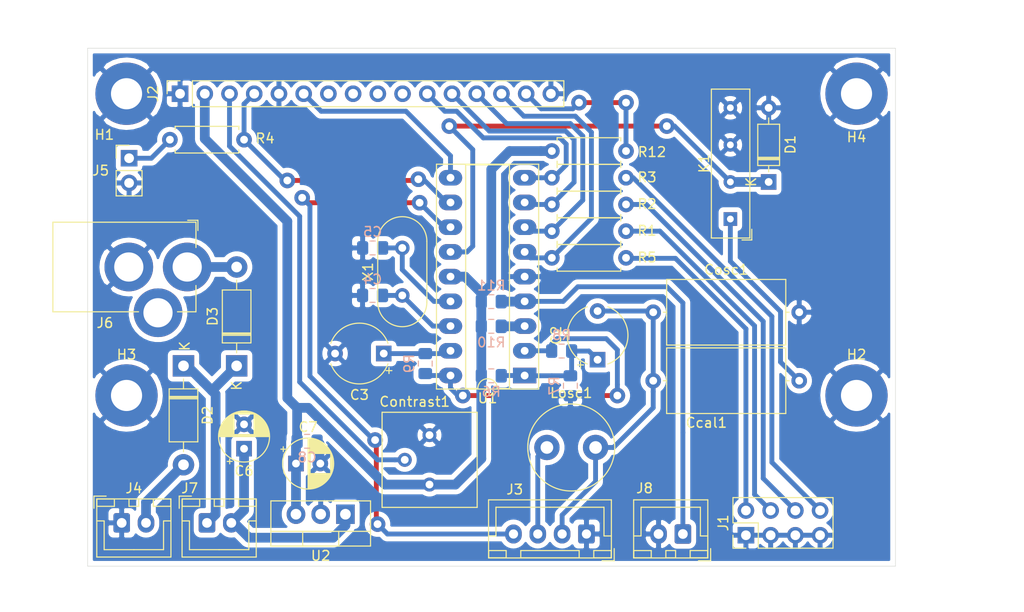
<source format=kicad_pcb>
(kicad_pcb (version 20171130) (host pcbnew 5.1.5+dfsg1-2build2)
  (layers (0 F.Cu signal) (31 B.Cu signal) (34 B.Paste user) (35 F.Paste user) (36 B.SilkS user) (37 F.SilkS user) (38 B.Mask user) (39 F.Mask user) (44 Edge.Cuts user))
  (net 0 "")
  (net 1 GNDREF)
  (net 2 /CmpNet2)
  (net 3 /CmpNet3)
  (net 4 "Net-(C4-Pad1)")
  (net 5 "Net-(C5-Pad1)")
  (net 6 /Vin)
  (net 7 /Vcc)
  (net 8 "Net-(Ccal1-Pad2)")
  (net 9 /LcdVo)
  (net 10 /Relay)
  (net 11 /LcdDB7)
  (net 12 /LcdDB6)
  (net 13 /LcdDB5)
  (net 14 /LcdDB4)
  (net 15 /LcdE)
  (net 16 /LcdRS)
  (net 17 "Net-(J3-Pad3)")
  (net 18 /~Lsense)
  (net 19 /~Reset)
  (net 20 /CmpNet1)
  (net 21 "Net-(R10-Pad2)")
  (net 22 /Vin9V)
  (net 23 /VinPreSwitch)
  (net 24 /VinJack)
  (net 25 /LcdMode)
  (net 26 /CheckF2)
  (net 27 /CheckF1)
  (net 28 /LowerCcal)
  (net 29 /RaiseCcal)
  (net 30 "Net-(C2-Pad2)")
  (net 31 "Net-(J2-Pad15)")
  (module Connector_JST:JST_XH_B2B-XH-A_1x02_P2.50mm_Vertical (layer F.Cu) (at 137.16 86.233 180)
    (fp_text reference J8 (at 3.937 4.699) (layer F.SilkS))
    (fp_text value ResetSwitch)
    (pad 2 thru_hole oval (at 2.5 0 180) (size 1.7 2) (drill 1) (layers *.Cu *.Mask) (net 1 GNDREF))
    (pad 1 thru_hole roundrect (at 0 0 180) (size 1.7 2) (drill 1) (layers *.Cu *.Mask) (roundrect_rratio 0.147059) (net 19 /~Reset))
  )
  (module Connector_JST:JST_XH_B2B-XH-A_1x02_P2.50mm_Vertical (layer F.Cu) (at 88.265 85.09)
    (fp_text reference J7 (at -1.778 -3.556) (layer F.SilkS))
    (fp_text value PowerSwitch)
    (pad 2 thru_hole oval (at 2.5 0) (size 1.7 2) (drill 1) (layers *.Cu *.Mask) (net 6 /Vin))
    (pad 1 thru_hole roundrect (at 0 0) (size 1.7 2) (drill 1) (layers *.Cu *.Mask) (roundrect_rratio 0.147059) (net 23 /VinPreSwitch))
  )
  (module Connector_JST:JST_XH_B2B-XH-A_1x02_P2.50mm_Vertical (layer F.Cu) (at 79.502 85.09)
    (fp_text reference J4 (at 1.25 -3.55) (layer F.SilkS))
    (fp_text value "9V Battery")
    (pad 2 thru_hole oval (at 2.5 0) (size 1.7 2) (drill 1) (layers *.Cu *.Mask) (net 22 /Vin9V))
    (pad 1 thru_hole roundrect (at 0 0) (size 1.7 2) (drill 1) (layers *.Cu *.Mask) (roundrect_rratio 0.147059) (net 1 GNDREF))
  )
  (module Connector_JST:JST_XH_B4B-XH-A_1x04_P2.50mm_Vertical (layer F.Cu) (at 127.254 86.233 180)
    (fp_text reference J3 (at 7.366 4.572) (layer F.SilkS))
    (fp_text value "Input Switch")
    (pad 4 thru_hole oval (at 7.5 0 180) (size 1.7 1.95) (drill 0.95) (layers *.Cu *.Mask) (net 18 /~Lsense))
    (pad 3 thru_hole oval (at 5 0 180) (size 1.7 1.95) (drill 0.95) (layers *.Cu *.Mask) (net 17 "Net-(J3-Pad3)"))
    (pad 2 thru_hole oval (at 2.5 0 180) (size 1.7 1.95) (drill 0.95) (layers *.Cu *.Mask) (net 30 "Net-(C2-Pad2)"))
    (pad 1 thru_hole roundrect (at 0 0 180) (size 1.7 1.95) (drill 0.95) (layers *.Cu *.Mask) (roundrect_rratio 0.147059) (net 1 GNDREF))
  )
  (module Connector_PinHeader_2.54mm:PinHeader_1x02_P2.54mm_Vertical (layer F.Cu) (at 80.264 47.625)
    (fp_text reference J5 (at -2.921 1.27) (layer F.SilkS))
    (fp_text value LcdMode)
    (pad 2 thru_hole oval (at 0 2.54) (size 1.7 1.7) (drill 1) (layers *.Cu *.Mask) (net 1 GNDREF))
    (pad 1 thru_hole rect (at 0 0) (size 1.7 1.7) (drill 1) (layers *.Cu *.Mask) (net 25 /LcdMode))
  )
  (module Connector_PinHeader_2.54mm:PinHeader_2x04_P2.54mm_Vertical (layer F.Cu) (at 143.637 86.36 90)
    (fp_text reference J1 (at 1.27 -2.33 90) (layer F.SilkS))
    (fp_text value Jumpers)
    (pad 8 thru_hole oval (at 2.54 7.62 90) (size 1.7 1.7) (drill 1) (layers *.Cu *.Mask) (net 26 /CheckF2))
    (pad 7 thru_hole oval (at 0 7.62 90) (size 1.7 1.7) (drill 1) (layers *.Cu *.Mask) (net 1 GNDREF))
    (pad 6 thru_hole oval (at 2.54 5.08 90) (size 1.7 1.7) (drill 1) (layers *.Cu *.Mask) (net 27 /CheckF1))
    (pad 5 thru_hole oval (at 0 5.08 90) (size 1.7 1.7) (drill 1) (layers *.Cu *.Mask) (net 1 GNDREF))
    (pad 4 thru_hole oval (at 2.54 2.54 90) (size 1.7 1.7) (drill 1) (layers *.Cu *.Mask) (net 28 /LowerCcal))
    (pad 3 thru_hole oval (at 0 2.54 90) (size 1.7 1.7) (drill 1) (layers *.Cu *.Mask) (net 1 GNDREF))
    (pad 2 thru_hole oval (at 2.54 0 90) (size 1.7 1.7) (drill 1) (layers *.Cu *.Mask) (net 29 /RaiseCcal))
    (pad 1 thru_hole rect (at 0 0 90) (size 1.7 1.7) (drill 1) (layers *.Cu *.Mask) (net 1 GNDREF))
  )
  (module Resistor_THT:R_Axial_DIN0207_L6.3mm_D2.5mm_P7.62mm_Horizontal (layer F.Cu) (at 131.318 57.8612 180)
    (fp_text reference R5 (at -2.159 0.043 180) (layer F.SilkS))
    (fp_text value 1k)
    (pad 2 thru_hole oval (at 7.62 0 180) (size 1.6 1.6) (drill 0.8) (layers *.Cu *.Mask) (net 11 /LcdDB7))
    (pad 1 thru_hole circle (at 0 0 180) (size 1.6 1.6) (drill 0.8) (layers *.Cu *.Mask) (net 29 /RaiseCcal))
  )
  (module Resistor_THT:R_Axial_DIN0207_L6.3mm_D2.5mm_P7.62mm_Horizontal (layer F.Cu) (at 84.455 45.72)
    (fp_text reference R4 (at 9.779 -0.127 180) (layer F.SilkS))
    (fp_text value 1k)
    (pad 2 thru_hole oval (at 7.62 0) (size 1.6 1.6) (drill 0.8) (layers *.Cu *.Mask) (net 16 /LcdRS))
    (pad 1 thru_hole circle (at 0 0) (size 1.6 1.6) (drill 0.8) (layers *.Cu *.Mask) (net 25 /LcdMode))
  )
  (module Resistor_THT:R_Axial_DIN0207_L6.3mm_D2.5mm_P7.62mm_Horizontal (layer F.Cu) (at 131.318 49.6316 180)
    (fp_text reference R3 (at -2.159 0.043 180) (layer F.SilkS))
    (fp_text value 1k)
    (pad 2 thru_hole oval (at 7.62 0 180) (size 1.6 1.6) (drill 0.8) (layers *.Cu *.Mask) (net 14 /LcdDB4))
    (pad 1 thru_hole circle (at 0 0 180) (size 1.6 1.6) (drill 0.8) (layers *.Cu *.Mask) (net 26 /CheckF2))
  )
  (module Resistor_THT:R_Axial_DIN0207_L6.3mm_D2.5mm_P7.62mm_Horizontal (layer F.Cu) (at 131.318 52.3748 180)
    (fp_text reference R2 (at -2.159 0.043 180) (layer F.SilkS))
    (fp_text value 1k)
    (pad 2 thru_hole oval (at 7.62 0 180) (size 1.6 1.6) (drill 0.8) (layers *.Cu *.Mask) (net 13 /LcdDB5))
    (pad 1 thru_hole circle (at 0 0 180) (size 1.6 1.6) (drill 0.8) (layers *.Cu *.Mask) (net 27 /CheckF1))
  )
  (module Resistor_THT:R_Axial_DIN0207_L6.3mm_D2.5mm_P7.62mm_Horizontal (layer F.Cu) (at 131.318 55.118 180)
    (fp_text reference R1 (at -2.159 0.043 180) (layer F.SilkS))
    (fp_text value 1k)
    (pad 2 thru_hole oval (at 7.62 0 180) (size 1.6 1.6) (drill 0.8) (layers *.Cu *.Mask) (net 12 /LcdDB6))
    (pad 1 thru_hole circle (at 0 0 180) (size 1.6 1.6) (drill 0.8) (layers *.Cu *.Mask) (net 28 /LowerCcal))
  )
  (module Connector_PinSocket_2.54mm:PinSocket_1x16_P2.54mm_Vertical (layer F.Cu) (at 85.5 41 90)
    (fp_text reference J2 (at 0 -2.77 90) (layer F.SilkS))
    (fp_text value LCD)
    (pad 16 thru_hole oval (at 0 38.1 90) (size 1.7 1.7) (drill 1) (layers *.Cu *.Mask) (net 1 GNDREF))
    (pad 15 thru_hole oval (at 0 35.56 90) (size 1.7 1.7) (drill 1) (layers *.Cu *.Mask) (net 31 "Net-(J2-Pad15)"))
    (pad 14 thru_hole oval (at 0 33.02 90) (size 1.7 1.7) (drill 1) (layers *.Cu *.Mask) (net 11 /LcdDB7))
    (pad 13 thru_hole oval (at 0 30.48 90) (size 1.7 1.7) (drill 1) (layers *.Cu *.Mask) (net 12 /LcdDB6))
    (pad 12 thru_hole oval (at 0 27.94 90) (size 1.7 1.7) (drill 1) (layers *.Cu *.Mask) (net 13 /LcdDB5))
    (pad 11 thru_hole oval (at 0 25.4 90) (size 1.7 1.7) (drill 1) (layers *.Cu *.Mask) (net 14 /LcdDB4))
    (pad 10 thru_hole oval (at 0 22.86 90) (size 1.7 1.7) (drill 1) (layers *.Cu *.Mask))
    (pad 9 thru_hole oval (at 0 20.32 90) (size 1.7 1.7) (drill 1) (layers *.Cu *.Mask))
    (pad 8 thru_hole oval (at 0 17.78 90) (size 1.7 1.7) (drill 1) (layers *.Cu *.Mask))
    (pad 7 thru_hole oval (at 0 15.24 90) (size 1.7 1.7) (drill 1) (layers *.Cu *.Mask))
    (pad 6 thru_hole oval (at 0 12.7 90) (size 1.7 1.7) (drill 1) (layers *.Cu *.Mask) (net 15 /LcdE))
    (pad 5 thru_hole oval (at 0 10.16 90) (size 1.7 1.7) (drill 1) (layers *.Cu *.Mask) (net 1 GNDREF))
    (pad 4 thru_hole oval (at 0 7.62 90) (size 1.7 1.7) (drill 1) (layers *.Cu *.Mask) (net 16 /LcdRS))
    (pad 3 thru_hole oval (at 0 5.08 90) (size 1.7 1.7) (drill 1) (layers *.Cu *.Mask) (net 9 /LcdVo))
    (pad 2 thru_hole oval (at 0 2.54 90) (size 1.7 1.7) (drill 1) (layers *.Cu *.Mask) (net 7 /Vcc))
    (pad 1 thru_hole rect (at 0 0 90) (size 1.7 1.7) (drill 1) (layers *.Cu *.Mask) (net 1 GNDREF))
  )
  (module Resistor_THT:R_Axial_DIN0207_L6.3mm_D2.5mm_P7.62mm_Horizontal (layer F.Cu) (at 123.698 46.8884)
    (fp_text reference R12 (at 10.287 0.1016) (layer F.SilkS))
    (fp_text value 500)
    (pad 2 thru_hole oval (at 7.62 0) (size 1.6 1.6) (drill 0.8) (layers *.Cu *.Mask) (net 31 "Net-(J2-Pad15)"))
    (pad 1 thru_hole circle (at 0 0) (size 1.6 1.6) (drill 0.8) (layers *.Cu *.Mask) (net 7 /Vcc))
  )
  (module Kalle:BarrelJack_Horizontal_CircularHoles (layer F.Cu) (at 86.233 58.801)
    (fp_text reference J6 (at -8.45 5.75) (layer F.SilkS))
    (fp_text value Barrel_Jack_Switch)
    (pad 3 thru_hole circle (at -3 4.7) (size 5 5) (drill 3) (layers *.Cu *.Mask))
    (pad 2 thru_hole circle (at -6 0) (size 5 5) (drill 3) (layers *.Cu *.Mask) (net 1 GNDREF))
    (pad 1 thru_hole circle (at 0 0) (size 5 5) (drill 3) (layers *.Cu *.Mask) (net 24 /VinJack))
  )
  (module Inductor_THT:L_Radial_D8.7mm_P5.00mm_Fastron_07HCP (layer F.Cu) (at 123.19 77.343)
    (fp_text reference Losc1 (at 2.5 -5.6) (layer F.SilkS))
    (fp_text value 100µH)
    (pad 2 thru_hole circle (at 5 0) (size 2.6 2.6) (drill 1.3) (layers *.Cu *.Mask) (net 30 "Net-(C2-Pad2)"))
    (pad 1 thru_hole circle (at 0 0) (size 2.6 2.6) (drill 1.3) (layers *.Cu *.Mask) (net 17 "Net-(J3-Pad3)"))
  )
  (module Potentiometer_THT:Potentiometer_Bourns_3386P_Vertical (layer F.Cu) (at 111.125 76.073 180)
    (fp_text reference Contrast1 (at 1.524 3.429 180) (layer F.SilkS))
    (fp_text value 10k)
    (pad 1 thru_hole circle (at 0 0 180) (size 1.44 1.44) (drill 0.8) (layers *.Cu *.Mask) (net 1 GNDREF))
    (pad 2 thru_hole circle (at 2.54 -2.54 180) (size 1.44 1.44) (drill 0.8) (layers *.Cu *.Mask) (net 9 /LcdVo))
    (pad 3 thru_hole circle (at 0 -5.08 180) (size 1.44 1.44) (drill 0.8) (layers *.Cu *.Mask) (net 7 /Vcc))
  )
  (module Capacitor_THT:CP_Radial_Tantal_D6.0mm_P5.00mm (layer F.Cu) (at 106.426 67.691 180)
    (fp_text reference C3 (at 2.5 -4.25 180) (layer F.SilkS))
    (fp_text value 10µF)
    (pad 2 thru_hole circle (at 5 0 180) (size 1.6 1.6) (drill 0.8) (layers *.Cu *.Mask) (net 1 GNDREF))
    (pad 1 thru_hole rect (at 0 0 180) (size 1.6 1.6) (drill 0.8) (layers *.Cu *.Mask) (net 3 /CmpNet3))
  )
  (module Capacitor_THT:CP_Radial_Tantal_D6.0mm_P5.00mm (layer F.Cu) (at 128.397 68.326 90)
    (fp_text reference C2 (at 2.5 -4.25 270) (layer F.SilkS))
    (fp_text value 10µF)
    (pad 2 thru_hole circle (at 5 0 90) (size 1.6 1.6) (drill 0.8) (layers *.Cu *.Mask) (net 30 "Net-(C2-Pad2)"))
    (pad 1 thru_hole rect (at 0 0 90) (size 1.6 1.6) (drill 0.8) (layers *.Cu *.Mask) (net 2 /CmpNet2))
  )
  (module Resistor_SMD:R_0805_2012Metric_Pad1.15x1.40mm_HandSolder (layer B.Cu) (at 117.475 62.357 180)
    (fp_text reference R11 (at 0 1.65) (layer B.SilkS) (effects (justify mirror)))
    (fp_text value 4k7)
    (pad 2 smd roundrect (at 1.025 0 180) (size 1.15 1.4) (layers B.Cu B.Paste B.Mask) (roundrect_rratio 0.217391) (net 7 /Vcc))
    (pad 1 smd roundrect (at -1.025 0 180) (size 1.15 1.4) (layers B.Cu B.Paste B.Mask) (roundrect_rratio 0.217391) (net 19 /~Reset))
  )
  (module Resistor_SMD:R_0805_2012Metric_Pad1.15x1.40mm_HandSolder (layer B.Cu) (at 125.603 71.002 270)
    (fp_text reference R7 (at 0 1.65 90) (layer B.SilkS) (effects (justify mirror)))
    (fp_text value 100k)
    (pad 2 smd roundrect (at 1.025 0 270) (size 1.15 1.4) (layers B.Cu B.Paste B.Mask) (roundrect_rratio 0.217391) (net 1 GNDREF))
    (pad 1 smd roundrect (at -1.025 0 270) (size 1.15 1.4) (layers B.Cu B.Paste B.Mask) (roundrect_rratio 0.217391) (net 2 /CmpNet2))
  )
  (module Resistor_SMD:R_0805_2012Metric_Pad1.15x1.40mm_HandSolder (layer B.Cu) (at 117.475 69.977)
    (fp_text reference R6 (at 0 1.65) (layer B.SilkS) (effects (justify mirror)))
    (fp_text value 100k)
    (pad 2 smd roundrect (at 1.025 0) (size 1.15 1.4) (layers B.Cu B.Paste B.Mask) (roundrect_rratio 0.217391) (net 2 /CmpNet2))
    (pad 1 smd roundrect (at -1.025 0) (size 1.15 1.4) (layers B.Cu B.Paste B.Mask) (roundrect_rratio 0.217391) (net 7 /Vcc))
  )
  (module MountingHole:MountingHole_3.2mm_M3_Pad (layer F.Cu) (at 155 41)
    (fp_text reference H4 (at 0 4.466) (layer F.SilkS))
    (fp_text value MountingHole_Pad)
    (pad 1 thru_hole circle (at 0 0) (size 6.4 6.4) (drill 3.2) (layers *.Cu *.Mask) (net 1 GNDREF))
  )
  (module MountingHole:MountingHole_3.2mm_M3_Pad (layer F.Cu) (at 80 72)
    (fp_text reference H3 (at 0 -4.2) (layer F.SilkS))
    (fp_text value MountingHole_Pad)
    (pad 1 thru_hole circle (at 0 0) (size 6.4 6.4) (drill 3.2) (layers *.Cu *.Mask) (net 1 GNDREF))
  )
  (module MountingHole:MountingHole_3.2mm_M3_Pad (layer F.Cu) (at 155 72)
    (fp_text reference H2 (at 0 -4.2) (layer F.SilkS))
    (fp_text value MountingHole_Pad)
    (pad 1 thru_hole circle (at 0 0) (size 6.4 6.4) (drill 3.2) (layers *.Cu *.Mask) (net 1 GNDREF))
  )
  (module MountingHole:MountingHole_3.2mm_M3_Pad (layer F.Cu) (at 80 41)
    (fp_text reference H1 (at -2.276 4.212) (layer F.SilkS))
    (fp_text value MountingHole_Pad)
    (pad 1 thru_hole circle (at 0 0) (size 6.4 6.4) (drill 3.2) (layers *.Cu *.Mask) (net 1 GNDREF))
  )
  (module Crystal:Crystal_HC49-U_Vertical (layer F.Cu) (at 108.331 61.722 90)
    (fp_text reference X1 (at 2.44 -3.525 90) (layer F.SilkS))
    (fp_text value Crystal)
    (pad 2 thru_hole circle (at 4.88 0 90) (size 1.5 1.5) (drill 0.8) (layers *.Cu *.Mask) (net 5 "Net-(C5-Pad1)"))
    (pad 1 thru_hole circle (at 0 0 90) (size 1.5 1.5) (drill 0.8) (layers *.Cu *.Mask) (net 4 "Net-(C4-Pad1)"))
  )
  (module Package_TO_SOT_THT:TO-220-3_Vertical (layer F.Cu) (at 102.489 84.201 180)
    (fp_text reference U2 (at 2.54 -4.27) (layer F.SilkS))
    (fp_text value L7805)
    (pad 3 thru_hole oval (at 5.08 0 180) (size 1.905 2) (drill 1.1) (layers *.Cu *.Mask) (net 7 /Vcc))
    (pad 2 thru_hole oval (at 2.54 0 180) (size 1.905 2) (drill 1.1) (layers *.Cu *.Mask) (net 1 GNDREF))
    (pad 1 thru_hole rect (at 0 0 180) (size 1.905 2) (drill 1.1) (layers *.Cu *.Mask) (net 6 /Vin))
  )
  (module Package_DIP:DIP-18_W7.62mm_Socket_LongPads (layer F.Cu) (at 120.904 69.9516 180)
    (fp_text reference U1 (at 3.81 -2.33) (layer F.SilkS))
    (fp_text value PIC16F628-xxIP)
    (pad 18 thru_hole oval (at 7.62 0 180) (size 2.4 1.6) (drill 0.8) (layers *.Cu *.Mask) (net 20 /CmpNet1))
    (pad 9 thru_hole oval (at 0 20.32 180) (size 2.4 1.6) (drill 0.8) (layers *.Cu *.Mask) (net 14 /LcdDB4))
    (pad 17 thru_hole oval (at 7.62 2.54 180) (size 2.4 1.6) (drill 0.8) (layers *.Cu *.Mask) (net 3 /CmpNet3))
    (pad 8 thru_hole oval (at 0 17.78 180) (size 2.4 1.6) (drill 0.8) (layers *.Cu *.Mask) (net 13 /LcdDB5))
    (pad 16 thru_hole oval (at 7.62 5.08 180) (size 2.4 1.6) (drill 0.8) (layers *.Cu *.Mask) (net 4 "Net-(C4-Pad1)"))
    (pad 7 thru_hole oval (at 0 15.24 180) (size 2.4 1.6) (drill 0.8) (layers *.Cu *.Mask) (net 12 /LcdDB6))
    (pad 15 thru_hole oval (at 7.62 7.62 180) (size 2.4 1.6) (drill 0.8) (layers *.Cu *.Mask) (net 5 "Net-(C5-Pad1)"))
    (pad 6 thru_hole oval (at 0 12.7 180) (size 2.4 1.6) (drill 0.8) (layers *.Cu *.Mask) (net 11 /LcdDB7))
    (pad 14 thru_hole oval (at 7.62 10.16 180) (size 2.4 1.6) (drill 0.8) (layers *.Cu *.Mask) (net 7 /Vcc))
    (pad 5 thru_hole oval (at 0 10.16 180) (size 2.4 1.6) (drill 0.8) (layers *.Cu *.Mask) (net 1 GNDREF))
    (pad 13 thru_hole oval (at 7.62 12.7 180) (size 2.4 1.6) (drill 0.8) (layers *.Cu *.Mask) (net 10 /Relay))
    (pad 4 thru_hole oval (at 0 7.62 180) (size 2.4 1.6) (drill 0.8) (layers *.Cu *.Mask) (net 19 /~Reset))
    (pad 12 thru_hole oval (at 7.62 15.24 180) (size 2.4 1.6) (drill 0.8) (layers *.Cu *.Mask) (net 18 /~Lsense))
    (pad 3 thru_hole oval (at 0 5.08 180) (size 2.4 1.6) (drill 0.8) (layers *.Cu *.Mask) (net 21 "Net-(R10-Pad2)"))
    (pad 11 thru_hole oval (at 7.62 17.78 180) (size 2.4 1.6) (drill 0.8) (layers *.Cu *.Mask) (net 16 /LcdRS))
    (pad 2 thru_hole oval (at 0 2.54 180) (size 2.4 1.6) (drill 0.8) (layers *.Cu *.Mask) (net 20 /CmpNet1))
    (pad 10 thru_hole oval (at 7.62 20.32 180) (size 2.4 1.6) (drill 0.8) (layers *.Cu *.Mask) (net 15 /LcdE))
    (pad 1 thru_hole rect (at 0 0 180) (size 2.4 1.6) (drill 0.8) (layers *.Cu *.Mask) (net 2 /CmpNet2))
  )
  (module Resistor_SMD:R_0805_2012Metric_Pad1.15x1.40mm_HandSolder (layer B.Cu) (at 117.475 64.897)
    (fp_text reference R10 (at 0 1.65) (layer B.SilkS) (effects (justify mirror)))
    (fp_text value 4k7)
    (pad 2 smd roundrect (at 1.025 0) (size 1.15 1.4) (layers B.Cu B.Paste B.Mask) (roundrect_rratio 0.217391) (net 21 "Net-(R10-Pad2)"))
    (pad 1 smd roundrect (at -1.025 0) (size 1.15 1.4) (layers B.Cu B.Paste B.Mask) (roundrect_rratio 0.217391) (net 7 /Vcc))
  )
  (module Resistor_SMD:R_0805_2012Metric_Pad1.15x1.40mm_HandSolder (layer B.Cu) (at 110.6932 68.723401 270)
    (fp_text reference R9 (at 0 1.65 90) (layer B.SilkS) (effects (justify mirror)))
    (fp_text value 47k)
    (pad 2 smd roundrect (at 1.025 0 270) (size 1.15 1.4) (layers B.Cu B.Paste B.Mask) (roundrect_rratio 0.217391) (net 20 /CmpNet1))
    (pad 1 smd roundrect (at -1.025 0 270) (size 1.15 1.4) (layers B.Cu B.Paste B.Mask) (roundrect_rratio 0.217391) (net 3 /CmpNet3))
  )
  (module Resistor_SMD:R_0805_2012Metric_Pad1.15x1.40mm_HandSolder (layer B.Cu) (at 124.705001 67.437 180)
    (fp_text reference R8 (at 0 1.65 180) (layer B.SilkS) (effects (justify mirror)))
    (fp_text value 100k)
    (pad 2 smd roundrect (at 1.025 0 180) (size 1.15 1.4) (layers B.Cu B.Paste B.Mask) (roundrect_rratio 0.217391) (net 20 /CmpNet1))
    (pad 1 smd roundrect (at -1.025 0 180) (size 1.15 1.4) (layers B.Cu B.Paste B.Mask) (roundrect_rratio 0.217391) (net 2 /CmpNet2))
  )
  (module Relay_THT:Relay_SPST_StandexMeder_MS_Form1AB (layer F.Cu) (at 142.0368 53.8734 90)
    (fp_text reference K1 (at 5.7 -2.7 90) (layer F.SilkS))
    (fp_text value MSxx-1Axx-75)
    (pad 1 thru_hole rect (at 0 0 90) (size 1.4 1.4) (drill 0.7) (layers *.Cu *.Mask) (net 8 "Net-(Ccal1-Pad2)"))
    (pad 3 thru_hole circle (at 3.81 0 90) (size 1.4 1.4) (drill 0.7) (layers *.Cu *.Mask) (net 10 /Relay))
    (pad 5 thru_hole circle (at 7.62 0 90) (size 1.4 1.4) (drill 0.7) (layers *.Cu *.Mask) (net 1 GNDREF))
    (pad 7 thru_hole circle (at 11.43 0 90) (size 1.4 1.4) (drill 0.7) (layers *.Cu *.Mask) (net 1 GNDREF))
  )
  (module Diode_THT:D_DO-41_SOD81_P10.16mm_Horizontal (layer F.Cu) (at 91.313 68.961 90)
    (fp_text reference D3 (at 5.08 -2.47 90) (layer F.SilkS))
    (fp_text value 1N4004)
    (fp_text user K (at -2.032 0 90) (layer F.SilkS))
    (pad 2 thru_hole oval (at 10.16 0 90) (size 2.2 2.2) (drill 1.1) (layers *.Cu *.Mask) (net 24 /VinJack))
    (pad 1 thru_hole rect (at 0 0 90) (size 2.2 2.2) (drill 1.1) (layers *.Cu *.Mask) (net 23 /VinPreSwitch))
  )
  (module Diode_THT:D_DO-41_SOD81_P10.16mm_Horizontal (layer F.Cu) (at 85.852 68.961 270)
    (fp_text reference D2 (at 5.08 -2.47 90) (layer F.SilkS))
    (fp_text value 1N4004)
    (fp_text user K (at -2.032 -0.127 90) (layer F.SilkS))
    (pad 2 thru_hole oval (at 10.16 0 270) (size 2.2 2.2) (drill 1.1) (layers *.Cu *.Mask) (net 22 /Vin9V))
    (pad 1 thru_hole rect (at 0 0 270) (size 2.2 2.2) (drill 1.1) (layers *.Cu *.Mask) (net 23 /VinPreSwitch))
  )
  (module Diode_THT:D_DO-35_SOD27_P7.62mm_Horizontal (layer F.Cu) (at 145.9738 50.0634 90)
    (fp_text reference D1 (at 3.8354 2.2352 90) (layer F.SilkS))
    (fp_text value 1N914)
    (fp_text user K (at 0 -1.8 90) (layer F.SilkS))
    (pad 2 thru_hole oval (at 7.62 0 90) (size 1.6 1.6) (drill 0.8) (layers *.Cu *.Mask) (net 1 GNDREF))
    (pad 1 thru_hole rect (at 0 0 90) (size 1.6 1.6) (drill 0.8) (layers *.Cu *.Mask) (net 10 /Relay))
  )
  (module Capacitor_THT:C_Axial_L12.0mm_D6.5mm_P15.00mm_Horizontal (layer F.Cu) (at 134.112 70.485)
    (fp_text reference Ccal1 (at 5.461 4.318) (layer F.SilkS))
    (fp_text value 1000pF)
    (pad 2 thru_hole oval (at 15 0) (size 1.6 1.6) (drill 0.8) (layers *.Cu *.Mask) (net 8 "Net-(Ccal1-Pad2)"))
    (pad 1 thru_hole circle (at 0 0) (size 1.6 1.6) (drill 0.8) (layers *.Cu *.Mask) (net 30 "Net-(C2-Pad2)"))
  )
  (module Capacitor_SMD:C_0805_2012Metric_Pad1.15x1.40mm_HandSolder (layer B.Cu) (at 98.552 76.708)
    (fp_text reference C8 (at 0 1.65 180) (layer B.SilkS) (effects (justify mirror)))
    (fp_text value 100nF)
    (pad 2 smd roundrect (at 1.025 0) (size 1.15 1.4) (layers B.Cu B.Paste B.Mask) (roundrect_rratio 0.217391) (net 1 GNDREF))
    (pad 1 smd roundrect (at -1.025 0) (size 1.15 1.4) (layers B.Cu B.Paste B.Mask) (roundrect_rratio 0.217391) (net 7 /Vcc))
  )
  (module Capacitor_THT:CP_Radial_D5.0mm_P2.50mm (layer F.Cu) (at 97.409 78.994)
    (fp_text reference C7 (at 1.25 -3.75) (layer F.SilkS))
    (fp_text value 10µF)
    (pad 2 thru_hole circle (at 2.5 0) (size 1.6 1.6) (drill 0.8) (layers *.Cu *.Mask) (net 1 GNDREF))
    (pad 1 thru_hole rect (at 0 0) (size 1.6 1.6) (drill 0.8) (layers *.Cu *.Mask) (net 7 /Vcc))
  )
  (module Capacitor_THT:CP_Radial_D5.0mm_P2.50mm (layer F.Cu) (at 92.075 77.47 90)
    (fp_text reference C6 (at -2.286 0 180) (layer F.SilkS))
    (fp_text value 22µF)
    (pad 2 thru_hole circle (at 2.5 0 90) (size 1.6 1.6) (drill 0.8) (layers *.Cu *.Mask) (net 1 GNDREF))
    (pad 1 thru_hole rect (at 0 0 90) (size 1.6 1.6) (drill 0.8) (layers *.Cu *.Mask) (net 6 /Vin))
  )
  (module Capacitor_SMD:C_0805_2012Metric_Pad1.15x1.40mm_HandSolder (layer B.Cu) (at 105.283 56.842 180)
    (fp_text reference C5 (at 0 1.65) (layer B.SilkS) (effects (justify mirror)))
    (fp_text value 33pF)
    (pad 2 smd roundrect (at 1.025 0 180) (size 1.15 1.4) (layers B.Cu B.Paste B.Mask) (roundrect_rratio 0.217391) (net 1 GNDREF))
    (pad 1 smd roundrect (at -1.025 0 180) (size 1.15 1.4) (layers B.Cu B.Paste B.Mask) (roundrect_rratio 0.217391) (net 5 "Net-(C5-Pad1)"))
  )
  (module Capacitor_SMD:C_0805_2012Metric_Pad1.15x1.40mm_HandSolder (layer B.Cu) (at 105.274 61.722 180)
    (fp_text reference C4 (at 0 1.65) (layer B.SilkS) (effects (justify mirror)))
    (fp_text value 33pF)
    (pad 2 smd roundrect (at 1.025 0 180) (size 1.15 1.4) (layers B.Cu B.Paste B.Mask) (roundrect_rratio 0.217391) (net 1 GNDREF))
    (pad 1 smd roundrect (at -1.025 0 180) (size 1.15 1.4) (layers B.Cu B.Paste B.Mask) (roundrect_rratio 0.217391) (net 4 "Net-(C4-Pad1)"))
  )
  (module Capacitor_THT:C_Axial_L12.0mm_D6.5mm_P15.00mm_Horizontal (layer F.Cu) (at 134.112 63.4492)
    (fp_text reference Cosc1 (at 7.5 -4.37) (layer F.SilkS))
    (fp_text value 1000pF)
    (pad 2 thru_hole oval (at 15 0) (size 1.6 1.6) (drill 0.8) (layers *.Cu *.Mask) (net 1 GNDREF))
    (pad 1 thru_hole circle (at 0 0) (size 1.6 1.6) (drill 0.8) (layers *.Cu *.Mask) (net 30 "Net-(C2-Pad2)"))
  )
  (gr_line (start 76 89.535) (end 76 36.322) (layer Edge.Cuts) (width 0.05))
  (gr_line (start 159 89.535) (end 76 89.535) (layer Edge.Cuts) (width 0.05))
  (gr_line (start 159 36.322) (end 159 89.535) (layer Edge.Cuts) (width 0.05))
  (gr_line (start 76 36.322) (end 159 36.322) (layer Edge.Cuts) (width 0.05))
  (segment (start 99.822 76.953) (end 99.822 78.907) (width 1) (layer B.Cu) (net 1))
  (segment (start 99.822 78.907) (end 99.909 78.994) (width 1) (layer B.Cu) (net 1))
  (segment (start 99.577 76.708) (end 99.822 76.953) (width 1) (layer B.Cu) (net 1))
  (segment (start 120.9294 69.977) (end 120.904 69.9516) (width 0.5) (layer B.Cu) (net 2))
  (segment (start 123.689 69.977) (end 120.9294 69.977) (width 0.5) (layer B.Cu) (net 2))
  (segment (start 118.5254 69.9516) (end 118.5 69.977) (width 0.5) (layer B.Cu) (net 2))
  (segment (start 120.904 69.9516) (end 118.5254 69.9516) (width 0.5) (layer B.Cu) (net 2))
  (segment (start 127.508 67.437) (end 128.397 68.326) (width 0.5) (layer B.Cu) (net 2))
  (segment (start 125.730001 67.437) (end 127.508 67.437) (width 0.5) (layer B.Cu) (net 2))
  (segment (start 123.689 69.977) (end 125.603 69.977) (width 0.5) (layer B.Cu) (net 2))
  (segment (start 125.73 67.437001) (end 125.730001 67.437) (width 0.5) (layer B.Cu) (net 2))
  (segment (start 125.73 69.85) (end 125.73 67.437001) (width 0.5) (layer B.Cu) (net 2))
  (segment (start 125.603 69.977) (end 125.73 69.85) (width 0.5) (layer B.Cu) (net 2))
  (segment (start 112.997199 67.698401) (end 113.284 67.4116) (width 0.5) (layer B.Cu) (net 3))
  (segment (start 110.6932 67.698401) (end 112.997199 67.698401) (width 0.5) (layer B.Cu) (net 3))
  (segment (start 110.6932 67.698401) (end 110.624401 67.698401) (width 0.5) (layer B.Cu) (net 3))
  (segment (start 105.925401 67.698401) (end 105.918 67.691) (width 0.5) (layer B.Cu) (net 3))
  (segment (start 106.433401 67.698401) (end 106.426 67.691) (width 0.5) (layer B.Cu) (net 3))
  (segment (start 110.6932 67.698401) (end 106.433401 67.698401) (width 0.5) (layer B.Cu) (net 3))
  (segment (start 106.299 61.722) (end 108.331 61.722) (width 0.5) (layer B.Cu) (net 4))
  (segment (start 111.4806 64.8716) (end 113.284 64.8716) (width 0.5) (layer B.Cu) (net 4))
  (segment (start 108.331 61.722) (end 111.4806 64.8716) (width 0.5) (layer B.Cu) (net 4))
  (segment (start 106.308 56.842) (end 108.331 56.842) (width 0.5) (layer B.Cu) (net 5))
  (segment (start 108.331 57.0466) (end 108.331 56.842) (width 0.5) (layer B.Cu) (net 5))
  (segment (start 111.584 62.3316) (end 113.284 62.3316) (width 0.5) (layer B.Cu) (net 5))
  (segment (start 108.331 59.0786) (end 111.584 62.3316) (width 0.5) (layer B.Cu) (net 5))
  (segment (start 108.331 56.842) (end 108.331 59.0786) (width 0.5) (layer B.Cu) (net 5))
  (segment (start 102.489 85.344) (end 102.489 84.201) (width 1) (layer B.Cu) (net 6))
  (segment (start 101.219 86.614) (end 102.489 85.344) (width 1) (layer B.Cu) (net 6))
  (segment (start 92.583 86.614) (end 101.219 86.614) (width 1) (layer B.Cu) (net 6))
  (segment (start 91.059 85.09) (end 92.583 86.614) (width 1) (layer B.Cu) (net 6))
  (segment (start 90.765 85.09) (end 91.059 85.09) (width 1) (layer B.Cu) (net 6))
  (segment (start 92.075 83.78) (end 90.765 85.09) (width 1) (layer B.Cu) (net 6))
  (segment (start 92.075 77.47) (end 92.075 83.78) (width 1) (layer B.Cu) (net 6))
  (segment (start 116.45 69.977) (end 116.45 64.897) (width 1) (layer B.Cu) (net 7))
  (segment (start 116.45 64.897) (end 116.45 62.357) (width 1) (layer B.Cu) (net 7))
  (segment (start 114.7826 59.7916) (end 113.284 59.7916) (width 1) (layer B.Cu) (net 7))
  (segment (start 116.45 61.459) (end 114.7826 59.7916) (width 1) (layer B.Cu) (net 7))
  (segment (start 116.45 62.357) (end 116.45 61.459) (width 1) (layer B.Cu) (net 7))
  (segment (start 122.56663 46.8884) (end 123.698 46.8884) (width 1) (layer B.Cu) (net 7))
  (segment (start 119.3546 46.8884) (end 122.56663 46.8884) (width 1) (layer B.Cu) (net 7))
  (segment (start 117.475 48.768) (end 119.3546 46.8884) (width 1) (layer B.Cu) (net 7))
  (segment (start 117.475 60.632) (end 117.475 48.768) (width 1) (layer B.Cu) (net 7))
  (segment (start 116.45 61.657) (end 117.475 60.632) (width 1) (layer B.Cu) (net 7))
  (segment (start 116.45 62.357) (end 116.45 61.657) (width 1) (layer B.Cu) (net 7))
  (segment (start 116.45 78.495) (end 116.45 69.977) (width 1) (layer B.Cu) (net 7))
  (segment (start 113.792 81.153) (end 116.45 78.495) (width 1) (layer B.Cu) (net 7))
  (segment (start 111.125 81.153) (end 113.792 81.153) (width 1) (layer B.Cu) (net 7))
  (segment (start 97.409 84.201) (end 97.409 78.994) (width 1) (layer B.Cu) (net 7))
  (segment (start 97.409 76.826) (end 97.527 76.708) (width 1) (layer B.Cu) (net 7))
  (segment (start 97.409 78.994) (end 97.409 76.826) (width 1) (layer B.Cu) (net 7))
  (segment (start 96.52 54.102) (end 88.04 45.622) (width 1) (layer B.Cu) (net 7))
  (segment (start 96.52 72.263) (end 96.52 54.102) (width 1) (layer B.Cu) (net 7))
  (segment (start 97.527 73.27) (end 96.52 72.263) (width 1) (layer B.Cu) (net 7))
  (segment (start 88.04 45.622) (end 88.04 41) (width 1) (layer B.Cu) (net 7))
  (segment (start 97.527 76.708) (end 97.527 73.27) (width 1) (layer B.Cu) (net 7))
  (segment (start 98.67 73.27) (end 97.527 73.27) (width 1) (layer B.Cu) (net 7))
  (segment (start 106.553 81.153) (end 98.67 73.27) (width 1) (layer B.Cu) (net 7))
  (segment (start 111.125 81.153) (end 106.553 81.153) (width 1) (layer B.Cu) (net 7))
  (segment (start 148.312001 69.685001) (end 149.112 70.485) (width 0.5) (layer B.Cu) (net 8))
  (segment (start 147.193 63.373) (end 147.193 68.566) (width 0.5) (layer B.Cu) (net 8))
  (segment (start 142.0368 58.2168) (end 147.193 63.373) (width 0.5) (layer B.Cu) (net 8))
  (segment (start 147.193 68.566) (end 148.312001 69.685001) (width 0.5) (layer B.Cu) (net 8))
  (segment (start 142.0368 53.8734) (end 142.0368 58.2168) (width 0.5) (layer B.Cu) (net 8))
  (segment (start 105.788767 78.613) (end 107.566767 78.613) (width 0.5) (layer B.Cu) (net 9))
  (segment (start 97.79 70.614233) (end 105.788767 78.613) (width 0.5) (layer B.Cu) (net 9))
  (segment (start 107.566767 78.613) (end 108.585 78.613) (width 0.5) (layer B.Cu) (net 9))
  (segment (start 97.79 53.594) (end 97.79 70.614233) (width 0.5) (layer B.Cu) (net 9))
  (segment (start 90.58 46.384) (end 97.79 53.594) (width 0.5) (layer B.Cu) (net 9))
  (segment (start 90.58 41) (end 90.58 46.384) (width 0.5) (layer B.Cu) (net 9))
  (segment (start 145.9738 50.0634) (end 142.0368 50.0634) (width 1) (layer B.Cu) (net 10))
  (via (at 135.509 44.323) (size 1.6) (drill 0.8) (layers F.Cu B.Cu) (net 10))
  (segment (start 142.0368 50.0634) (end 136.2964 44.323) (width 0.5) (layer B.Cu) (net 10))
  (segment (start 136.2964 44.323) (end 135.509 44.323) (width 0.5) (layer B.Cu) (net 10))
  (via (at 113.157 44.322996) (size 1.6) (drill 0.8) (layers F.Cu B.Cu) (net 10))
  (segment (start 113.157004 44.323) (end 113.157 44.322996) (width 0.5) (layer F.Cu) (net 10))
  (segment (start 114.984 57.2516) (end 115.57 56.6656) (width 0.5) (layer B.Cu) (net 10))
  (segment (start 115.57 56.6656) (end 115.57 46.735996) (width 0.5) (layer B.Cu) (net 10))
  (segment (start 135.509 44.323) (end 113.157004 44.323) (width 0.5) (layer F.Cu) (net 10))
  (segment (start 113.956999 45.122995) (end 113.157 44.322996) (width 0.5) (layer B.Cu) (net 10))
  (segment (start 115.57 46.735996) (end 113.956999 45.122995) (width 0.5) (layer B.Cu) (net 10))
  (segment (start 113.284 57.2516) (end 114.984 57.2516) (width 0.5) (layer B.Cu) (net 10))
  (segment (start 121.5136 57.8612) (end 120.904 57.2516) (width 0.5) (layer B.Cu) (net 11))
  (segment (start 123.698 57.8612) (end 121.5136 57.8612) (width 0.5) (layer B.Cu) (net 11))
  (segment (start 120.827 43.307) (end 118.52 41) (width 0.5) (layer B.Cu) (net 11))
  (segment (start 126.111 43.307) (end 120.827 43.307) (width 0.5) (layer B.Cu) (net 11))
  (segment (start 127.762 44.958) (end 126.111 43.307) (width 0.5) (layer B.Cu) (net 11))
  (segment (start 127.762 53.7972) (end 127.762 44.958) (width 0.5) (layer B.Cu) (net 11))
  (segment (start 123.698 57.8612) (end 127.762 53.7972) (width 0.5) (layer B.Cu) (net 11))
  (segment (start 121.3104 55.118) (end 120.904 54.7116) (width 0.5) (layer B.Cu) (net 12))
  (segment (start 123.698 55.118) (end 121.3104 55.118) (width 0.5) (layer B.Cu) (net 12))
  (segment (start 119.049 44.069) (end 116.829999 41.849999) (width 0.5) (layer B.Cu) (net 12))
  (segment (start 126.873 45.339) (end 125.603 44.069) (width 0.5) (layer B.Cu) (net 12))
  (segment (start 125.603 44.069) (end 119.049 44.069) (width 0.5) (layer B.Cu) (net 12))
  (segment (start 126.873 51.943) (end 126.873 45.339) (width 0.5) (layer B.Cu) (net 12))
  (segment (start 116.829999 41.849999) (end 115.98 41) (width 0.5) (layer B.Cu) (net 12))
  (segment (start 123.698 55.118) (end 126.873 51.943) (width 0.5) (layer B.Cu) (net 12))
  (segment (start 121.1072 52.3748) (end 120.904 52.1716) (width 0.5) (layer B.Cu) (net 13))
  (segment (start 123.698 52.3748) (end 121.1072 52.3748) (width 0.5) (layer B.Cu) (net 13))
  (segment (start 114.289999 41.849999) (end 113.44 41) (width 0.5) (layer B.Cu) (net 13))
  (segment (start 117.274022 44.834022) (end 114.289999 41.849999) (width 0.5) (layer B.Cu) (net 13))
  (segment (start 125.110722 44.834022) (end 117.274022 44.834022) (width 0.5) (layer B.Cu) (net 13))
  (segment (start 125.984 50.0888) (end 125.984 45.7073) (width 0.5) (layer B.Cu) (net 13))
  (segment (start 125.984 45.7073) (end 125.110722 44.834022) (width 0.5) (layer B.Cu) (net 13))
  (segment (start 123.698 52.3748) (end 125.984 50.0888) (width 0.5) (layer B.Cu) (net 13))
  (segment (start 123.8504 49.6316) (end 122.604 49.6316) (width 0.5) (layer B.Cu) (net 14))
  (segment (start 125.1712 48.3108) (end 123.8504 49.6316) (width 0.5) (layer B.Cu) (net 14))
  (segment (start 125.1712 46.1772) (end 125.1712 48.3108) (width 0.5) (layer B.Cu) (net 14))
  (segment (start 124.528033 45.534033) (end 125.1712 46.1772) (width 0.5) (layer B.Cu) (net 14))
  (segment (start 116.654033 45.534033) (end 124.528033 45.534033) (width 0.5) (layer B.Cu) (net 14))
  (segment (start 113.919 42.799) (end 116.654033 45.534033) (width 0.5) (layer B.Cu) (net 14))
  (segment (start 122.604 49.6316) (end 120.904 49.6316) (width 0.5) (layer B.Cu) (net 14))
  (segment (start 112.699 42.799) (end 113.919 42.799) (width 0.5) (layer B.Cu) (net 14))
  (segment (start 110.9 41) (end 112.699 42.799) (width 0.5) (layer B.Cu) (net 14))
  (segment (start 113.284 47.371) (end 113.284 49.6316) (width 0.5) (layer B.Cu) (net 15))
  (segment (start 99.999 42.799) (end 108.712 42.799) (width 0.5) (layer B.Cu) (net 15))
  (segment (start 108.712 42.799) (end 113.284 47.371) (width 0.5) (layer B.Cu) (net 15))
  (segment (start 98.2 41) (end 99.999 42.799) (width 0.5) (layer B.Cu) (net 15))
  (segment (start 92.075 42.045) (end 92.075 45.72) (width 0.5) (layer B.Cu) (net 16))
  (segment (start 93.12 41) (end 92.075 42.045) (width 0.5) (layer B.Cu) (net 16))
  (via (at 96.52 49.911) (size 1.6) (drill 0.8) (layers F.Cu B.Cu) (net 16))
  (segment (start 92.075 45.72) (end 96.266 49.911) (width 0.5) (layer B.Cu) (net 16))
  (segment (start 96.266 49.911) (end 96.52 49.911) (width 0.5) (layer B.Cu) (net 16))
  (via (at 109.982 49.784) (size 1.6) (drill 0.8) (layers F.Cu B.Cu) (net 16))
  (segment (start 96.52 49.911) (end 109.855 49.911) (width 0.5) (layer F.Cu) (net 16))
  (segment (start 109.855 49.911) (end 109.982 49.784) (width 0.5) (layer F.Cu) (net 16))
  (segment (start 113.284 52.1716) (end 112.884 52.1716) (width 0.5) (layer B.Cu) (net 16))
  (segment (start 112.884 52.1716) (end 110.4964 49.784) (width 0.5) (layer B.Cu) (net 16))
  (segment (start 110.4964 49.784) (end 109.982 49.784) (width 0.5) (layer B.Cu) (net 16))
  (segment (start 122.254 78.279) (end 123.19 77.343) (width 0.5) (layer B.Cu) (net 17))
  (segment (start 122.254 86.233) (end 122.254 78.279) (width 0.5) (layer B.Cu) (net 17))
  (via (at 110.109 52.197) (size 1.6) (drill 0.8) (layers F.Cu B.Cu) (net 18))
  (segment (start 98.552 52.197) (end 98.044 51.689) (width 0.5) (layer F.Cu) (net 18))
  (segment (start 110.109 52.197) (end 98.552 52.197) (width 0.5) (layer F.Cu) (net 18))
  (via (at 98.044 51.689) (size 1.6) (drill 0.8) (layers F.Cu B.Cu) (net 18))
  (segment (start 112.6236 54.7116) (end 110.109 52.197) (width 0.5) (layer B.Cu) (net 18))
  (segment (start 113.284 54.7116) (end 112.6236 54.7116) (width 0.5) (layer B.Cu) (net 18))
  (via (at 105.537 76.580998) (size 1.6) (drill 0.8) (layers F.Cu B.Cu) (net 18))
  (segment (start 98.843999 70.015) (end 105.409997 76.580998) (width 0.5) (layer B.Cu) (net 18))
  (segment (start 98.843999 52.488999) (end 98.843999 70.015) (width 0.5) (layer B.Cu) (net 18))
  (segment (start 105.409997 76.580998) (end 105.537 76.580998) (width 0.5) (layer B.Cu) (net 18))
  (segment (start 98.044 51.689) (end 98.843999 52.488999) (width 0.5) (layer B.Cu) (net 18))
  (segment (start 106.807 86.233) (end 105.791 85.217) (width 0.5) (layer B.Cu) (net 18))
  (segment (start 119.754 86.233) (end 106.807 86.233) (width 0.5) (layer B.Cu) (net 18))
  (via (at 105.791 85.217) (size 1.6) (drill 0.8) (layers F.Cu B.Cu) (net 18))
  (segment (start 105.664 85.09) (end 105.791 85.217) (width 0.5) (layer F.Cu) (net 18))
  (segment (start 105.664 76.707998) (end 105.664 85.09) (width 0.5) (layer F.Cu) (net 18))
  (segment (start 105.537 76.580998) (end 105.664 76.707998) (width 0.5) (layer F.Cu) (net 18))
  (segment (start 120.904 62.357) (end 118.5 62.357) (width 1) (layer B.Cu) (net 19))
  (segment (start 137.16 62.484) (end 137.16 75.819) (width 0.5) (layer B.Cu) (net 19))
  (segment (start 135.509 60.833) (end 137.16 62.484) (width 0.5) (layer B.Cu) (net 19))
  (segment (start 126.365 60.833) (end 135.509 60.833) (width 0.5) (layer B.Cu) (net 19))
  (segment (start 124.8664 62.3316) (end 126.365 60.833) (width 0.5) (layer B.Cu) (net 19))
  (segment (start 120.904 62.3316) (end 124.8664 62.3316) (width 0.5) (layer B.Cu) (net 19))
  (segment (start 137.16 75.819) (end 137.16 86.233) (width 0.5) (layer B.Cu) (net 19))
  (segment (start 123.654601 67.4116) (end 123.680001 67.437) (width 0.5) (layer B.Cu) (net 20))
  (segment (start 120.904 67.4116) (end 123.654601 67.4116) (width 0.5) (layer B.Cu) (net 20))
  (segment (start 110.896399 69.9516) (end 110.6932 69.748401) (width 0.5) (layer B.Cu) (net 20))
  (segment (start 113.284 69.9516) (end 110.896399 69.9516) (width 0.5) (layer B.Cu) (net 20))
  (segment (start 113.284 71.2516) (end 114.0414 72.009) (width 0.5) (layer B.Cu) (net 20))
  (segment (start 113.284 69.9516) (end 113.284 71.2516) (width 0.5) (layer B.Cu) (net 20))
  (segment (start 114.0414 72.009) (end 114.554 72.009) (width 0.5) (layer B.Cu) (net 20))
  (via (at 114.554 72.009) (size 1.6) (drill 0.8) (layers F.Cu B.Cu) (net 20))
  (via (at 130.429 72.009) (size 1.6) (drill 0.8) (layers F.Cu B.Cu) (net 20))
  (segment (start 114.554 72.009) (end 130.429 72.009) (width 0.5) (layer F.Cu) (net 20))
  (segment (start 130.429 70.87763) (end 130.429 72.009) (width 0.5) (layer B.Cu) (net 20))
  (segment (start 130.429 67.31) (end 130.429 70.87763) (width 0.5) (layer B.Cu) (net 20))
  (segment (start 129.286 66.167) (end 130.429 67.31) (width 0.5) (layer B.Cu) (net 20))
  (segment (start 124.250001 66.167) (end 129.286 66.167) (width 0.5) (layer B.Cu) (net 20))
  (segment (start 123.680001 66.737) (end 124.250001 66.167) (width 0.5) (layer B.Cu) (net 20))
  (segment (start 123.680001 67.437) (end 123.680001 66.737) (width 0.5) (layer B.Cu) (net 20))
  (segment (start 118.5 64.897) (end 120.904 64.897) (width 1) (layer B.Cu) (net 21))
  (segment (start 82.002 82.971) (end 82.002 85.09) (width 1) (layer B.Cu) (net 22))
  (segment (start 85.852 79.121) (end 82.002 82.971) (width 1) (layer B.Cu) (net 22))
  (segment (start 88.773 71.501) (end 91.313 68.961) (width 1) (layer B.Cu) (net 23))
  (segment (start 86.233 68.961) (end 87.884 70.612) (width 1) (layer B.Cu) (net 23))
  (segment (start 87.884 70.612) (end 88.773 71.501) (width 1) (layer B.Cu) (net 23))
  (segment (start 85.852 68.961) (end 86.233 68.961) (width 1) (layer B.Cu) (net 23))
  (segment (start 89.154 84.201) (end 88.265 85.09) (width 1) (layer B.Cu) (net 23))
  (segment (start 89.154 71.882) (end 89.154 84.201) (width 1) (layer B.Cu) (net 23))
  (segment (start 88.773 71.501) (end 89.154 71.882) (width 1) (layer B.Cu) (net 23))
  (segment (start 86.233 58.801) (end 91.313 58.801) (width 1) (layer B.Cu) (net 24))
  (segment (start 82.55 47.625) (end 84.455 45.72) (width 0.5) (layer B.Cu) (net 25))
  (segment (start 80.264 47.625) (end 82.55 47.625) (width 0.5) (layer B.Cu) (net 25))
  (segment (start 150.407001 82.970001) (end 151.257 83.82) (width 0.5) (layer B.Cu) (net 26))
  (segment (start 146.304 78.867) (end 150.407001 82.970001) (width 0.5) (layer B.Cu) (net 26))
  (segment (start 146.304 63.881) (end 146.304 78.867) (width 0.5) (layer B.Cu) (net 26))
  (segment (start 132.0546 49.6316) (end 146.304 63.881) (width 0.5) (layer B.Cu) (net 26))
  (segment (start 131.318 49.6316) (end 132.0546 49.6316) (width 0.5) (layer B.Cu) (net 26))
  (segment (start 132.44937 52.3748) (end 131.318 52.3748) (width 0.5) (layer B.Cu) (net 27))
  (segment (start 145.415 80.518) (end 145.415 64.389) (width 0.5) (layer B.Cu) (net 27))
  (segment (start 133.4008 52.3748) (end 132.44937 52.3748) (width 0.5) (layer B.Cu) (net 27))
  (segment (start 145.415 64.389) (end 133.4008 52.3748) (width 0.5) (layer B.Cu) (net 27))
  (segment (start 148.717 83.82) (end 145.415 80.518) (width 0.5) (layer B.Cu) (net 27))
  (segment (start 144.526 82.169) (end 146.177 83.82) (width 0.5) (layer B.Cu) (net 28))
  (segment (start 144.526 64.844928) (end 144.526 82.169) (width 0.5) (layer B.Cu) (net 28))
  (segment (start 134.799072 55.118) (end 144.526 64.844928) (width 0.5) (layer B.Cu) (net 28))
  (segment (start 131.318 55.118) (end 134.799072 55.118) (width 0.5) (layer B.Cu) (net 28))
  (segment (start 143.637 65.151) (end 143.637 65.2018) (width 0.5) (layer B.Cu) (net 29))
  (segment (start 136.398 57.912) (end 143.637 65.151) (width 0.5) (layer B.Cu) (net 29))
  (segment (start 143.637 65.2018) (end 143.637 83.82) (width 0.5) (layer B.Cu) (net 29))
  (segment (start 131.3688 57.912) (end 136.398 57.912) (width 0.5) (layer B.Cu) (net 29))
  (segment (start 131.318 57.8612) (end 131.3688 57.912) (width 0.5) (layer B.Cu) (net 29))
  (segment (start 133.9888 63.326) (end 134.112 63.4492) (width 0.5) (layer B.Cu) (net 30))
  (segment (start 128.397 63.326) (end 133.9888 63.326) (width 0.5) (layer B.Cu) (net 30))
  (segment (start 134.112 70.485) (end 134.112 63.4492) (width 0.5) (layer B.Cu) (net 30))
  (segment (start 128.19 80.852) (end 128.19 77.343) (width 0.5) (layer B.Cu) (net 30))
  (segment (start 124.754 84.288) (end 128.19 80.852) (width 0.5) (layer B.Cu) (net 30))
  (segment (start 124.754 86.233) (end 124.754 84.288) (width 0.5) (layer B.Cu) (net 30))
  (segment (start 134.112 71.61637) (end 134.112 70.485) (width 0.5) (layer B.Cu) (net 30))
  (segment (start 134.112 73.259477) (end 134.112 71.61637) (width 0.5) (layer B.Cu) (net 30))
  (segment (start 130.028477 77.343) (end 134.112 73.259477) (width 0.5) (layer B.Cu) (net 30))
  (segment (start 128.19 77.343) (end 130.028477 77.343) (width 0.5) (layer B.Cu) (net 30))
  (segment (start 131.064 46.8884) (end 131.3688 46.8884) (width 0.5) (layer B.Cu) (net 31))
  (via (at 126.492014 41.91) (size 1.6) (drill 0.8) (layers F.Cu B.Cu) (net 31))
  (via (at 131.318 41.91) (size 1.6) (drill 0.8) (layers F.Cu B.Cu) (net 31))
  (segment (start 131.318 46.8884) (end 131.318 41.783) (width 0.5) (layer B.Cu) (net 31))
  (segment (start 131.318 41.783) (end 131.318 41.91) (width 0.5) (layer B.Cu) (net 31))
  (segment (start 126.492014 41.91) (end 131.318 41.91) (width 0.5) (layer F.Cu) (net 31))
  (segment (start 125.857014 42.545) (end 126.492014 41.91) (width 0.5) (layer B.Cu) (net 31))
  (segment (start 122.605 42.545) (end 125.857014 42.545) (width 0.5) (layer B.Cu) (net 31))
  (segment (start 121.06 41) (end 122.605 42.545) (width 0.5) (layer B.Cu) (net 31))
  (zone (net 1) (net_name GNDREF) (layer B.Cu) (connect_pads (clearance 0.508)) (min_thickness 0.254) (fill yes (arc_segments 32) (thermal_gap 0.508) (thermal_bridge_width 0.508))
    (polygon (pts (xy 172.085 31.369) (xy 172.212 94.234) (xy 71.882 93.726) (xy 67 31.5)))
  )
)
</source>
